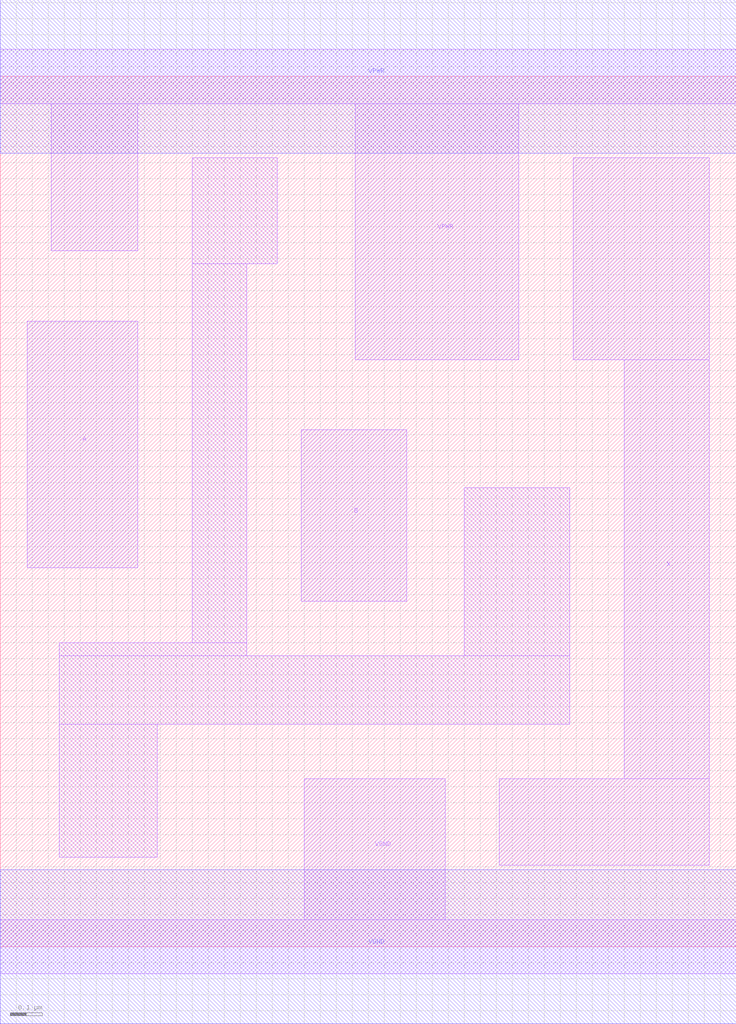
<source format=lef>
# Copyright 2020 The SkyWater PDK Authors
#
# Licensed under the Apache License, Version 2.0 (the "License");
# you may not use this file except in compliance with the License.
# You may obtain a copy of the License at
#
#     https://www.apache.org/licenses/LICENSE-2.0
#
# Unless required by applicable law or agreed to in writing, software
# distributed under the License is distributed on an "AS IS" BASIS,
# WITHOUT WARRANTIES OR CONDITIONS OF ANY KIND, either express or implied.
# See the License for the specific language governing permissions and
# limitations under the License.
#
# SPDX-License-Identifier: Apache-2.0

VERSION 5.5 ;
NAMESCASESENSITIVE ON ;
BUSBITCHARS "[]" ;
DIVIDERCHAR "/" ;
MACRO sky130_fd_sc_hd__and2_0
  CLASS CORE ;
  SOURCE USER ;
  ORIGIN  0.000000  0.000000 ;
  SIZE  2.300000 BY  2.720000 ;
  SYMMETRY X Y R90 ;
  SITE unithd ;
  PIN A
    ANTENNAGATEAREA  0.126000 ;
    DIRECTION INPUT ;
    USE SIGNAL ;
    PORT
      LAYER li1 ;
        RECT 0.085000 1.185000 0.430000 1.955000 ;
    END
  END A
  PIN B
    ANTENNAGATEAREA  0.126000 ;
    DIRECTION INPUT ;
    USE SIGNAL ;
    PORT
      LAYER li1 ;
        RECT 0.940000 1.080000 1.270000 1.615000 ;
    END
  END B
  PIN X
    ANTENNADIFFAREA  0.280900 ;
    DIRECTION OUTPUT ;
    USE SIGNAL ;
    PORT
      LAYER li1 ;
        RECT 1.560000 0.255000 2.215000 0.525000 ;
        RECT 1.790000 1.835000 2.215000 2.465000 ;
        RECT 1.950000 0.525000 2.215000 1.835000 ;
    END
  END X
  PIN VGND
    DIRECTION INOUT ;
    SHAPE ABUTMENT ;
    USE GROUND ;
    PORT
      LAYER li1 ;
        RECT 0.000000 -0.085000 2.300000 0.085000 ;
        RECT 0.950000  0.085000 1.390000 0.525000 ;
    END
    PORT
      LAYER met1 ;
        RECT 0.000000 -0.240000 2.300000 0.240000 ;
    END
  END VGND
  PIN VPWR
    DIRECTION INOUT ;
    SHAPE ABUTMENT ;
    USE POWER ;
    PORT
      LAYER li1 ;
        RECT 0.000000 2.635000 2.300000 2.805000 ;
        RECT 0.160000 2.175000 0.430000 2.635000 ;
        RECT 1.110000 1.835000 1.620000 2.635000 ;
    END
    PORT
      LAYER met1 ;
        RECT 0.000000 2.480000 2.300000 2.960000 ;
    END
  END VPWR
  OBS
    LAYER li1 ;
      RECT 0.185000 0.280000 0.490000 0.695000 ;
      RECT 0.185000 0.695000 1.780000 0.910000 ;
      RECT 0.185000 0.910000 0.770000 0.950000 ;
      RECT 0.600000 0.950000 0.770000 2.135000 ;
      RECT 0.600000 2.135000 0.865000 2.465000 ;
      RECT 1.450000 0.910000 1.780000 1.435000 ;
  END
END sky130_fd_sc_hd__and2_0
END LIBRARY

</source>
